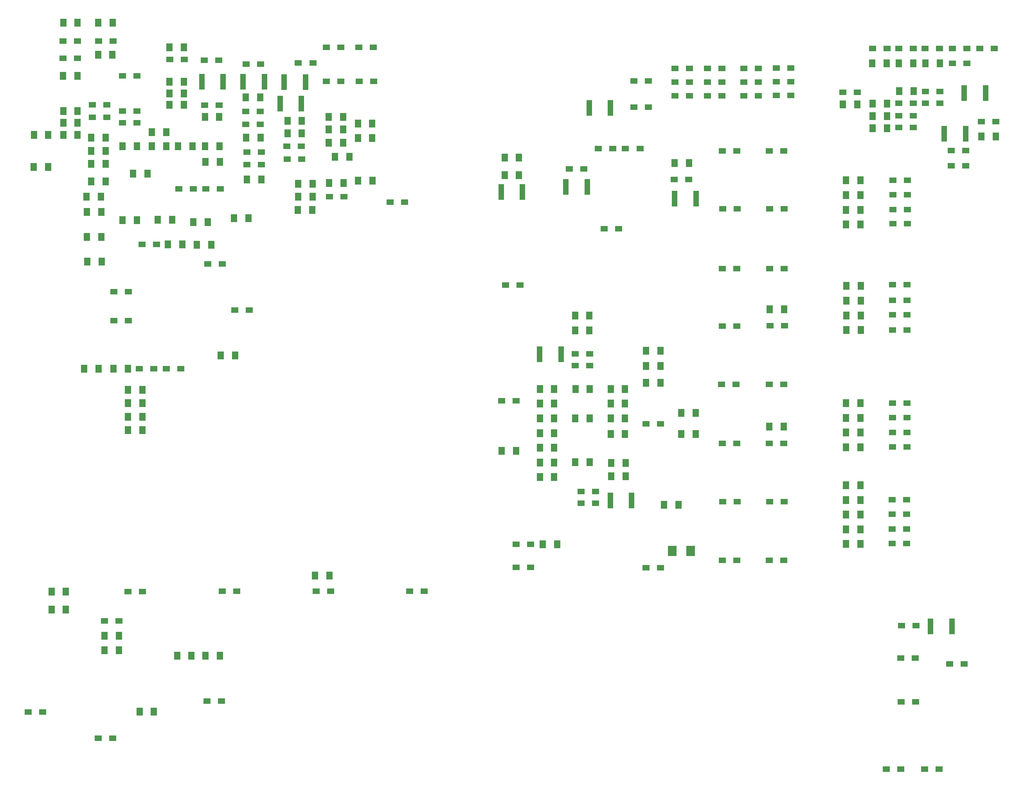
<source format=gbr>
%FSLAX34Y34*%
%MOMM*%
%LNSMDMASK_BOTTOM*%
G71*
G01*
%ADD10R,1.400X1.800*%
%ADD11R,1.600X1.250*%
%ADD12R,1.900X2.300*%
%ADD13R,1.300X3.500*%
%LPD*%
X181858Y889334D02*
G54D10*
D03*
X213033Y889334D02*
G54D10*
D03*
X257880Y889334D02*
G54D10*
D03*
X289055Y889334D02*
G54D10*
D03*
X181372Y850106D02*
G54D11*
D03*
X212726Y850106D02*
G54D11*
D03*
X181372Y812403D02*
G54D11*
D03*
X212726Y812403D02*
G54D11*
D03*
X257969Y850106D02*
G54D11*
D03*
X289322Y850106D02*
G54D11*
D03*
X257176Y819943D02*
G54D10*
D03*
X288350Y819943D02*
G54D10*
D03*
X181372Y774303D02*
G54D10*
D03*
X212547Y774303D02*
G54D10*
D03*
X411560Y835818D02*
G54D10*
D03*
X442735Y835818D02*
G54D10*
D03*
X412750Y809625D02*
G54D11*
D03*
X444104Y809625D02*
G54D11*
D03*
X486966Y808037D02*
G54D11*
D03*
X518319Y808037D02*
G54D11*
D03*
X309960Y774303D02*
G54D11*
D03*
X341313Y774303D02*
G54D11*
D03*
X181769Y698500D02*
G54D10*
D03*
X212944Y698500D02*
G54D10*
D03*
X181769Y672703D02*
G54D10*
D03*
X212944Y672703D02*
G54D10*
D03*
X181769Y646906D02*
G54D10*
D03*
X212944Y646906D02*
G54D10*
D03*
X118269Y646906D02*
G54D10*
D03*
X149444Y646906D02*
G54D10*
D03*
X117872Y577453D02*
G54D10*
D03*
X149047Y577453D02*
G54D10*
D03*
X242094Y640556D02*
G54D10*
D03*
X273269Y640556D02*
G54D10*
D03*
X242094Y611981D02*
G54D10*
D03*
X273269Y611981D02*
G54D10*
D03*
X242094Y583803D02*
G54D10*
D03*
X273269Y583803D02*
G54D10*
D03*
X242094Y546100D02*
G54D10*
D03*
X273269Y546100D02*
G54D10*
D03*
X309960Y622300D02*
G54D10*
D03*
X341135Y622300D02*
G54D10*
D03*
X232172Y512762D02*
G54D10*
D03*
X263347Y512762D02*
G54D10*
D03*
X233363Y479822D02*
G54D10*
D03*
X264538Y479822D02*
G54D10*
D03*
X244476Y711993D02*
G54D11*
D03*
X275828Y711993D02*
G54D11*
D03*
X244476Y684609D02*
G54D11*
D03*
X275828Y684609D02*
G54D11*
D03*
X310158Y698500D02*
G54D11*
D03*
X341511Y698500D02*
G54D11*
D03*
X310158Y672703D02*
G54D11*
D03*
X341511Y672703D02*
G54D11*
D03*
X373282Y622300D02*
G54D10*
D03*
X404456Y622300D02*
G54D10*
D03*
X430650Y622300D02*
G54D10*
D03*
X461826Y622300D02*
G54D10*
D03*
X373282Y652859D02*
G54D10*
D03*
X404456Y652859D02*
G54D10*
D03*
X411778Y711596D02*
G54D10*
D03*
X442954Y711596D02*
G54D10*
D03*
X411778Y736600D02*
G54D10*
D03*
X442954Y736600D02*
G54D10*
D03*
X411778Y762000D02*
G54D10*
D03*
X442954Y762000D02*
G54D10*
D03*
X577850Y800100D02*
G54D11*
D03*
X609203Y800100D02*
G54D11*
D03*
X690563Y802481D02*
G54D11*
D03*
X721916Y802481D02*
G54D11*
D03*
X488156Y711200D02*
G54D11*
D03*
X519510Y711200D02*
G54D11*
D03*
X488376Y685800D02*
G54D10*
D03*
X519550Y685800D02*
G54D10*
D03*
X576482Y727868D02*
G54D10*
D03*
X607657Y727868D02*
G54D10*
D03*
X576660Y697309D02*
G54D11*
D03*
X608013Y697309D02*
G54D11*
D03*
X576660Y669528D02*
G54D11*
D03*
X608013Y669528D02*
G54D11*
D03*
X577672Y640953D02*
G54D10*
D03*
X608847Y640953D02*
G54D10*
D03*
X488772Y622300D02*
G54D10*
D03*
X519947Y622300D02*
G54D10*
D03*
X489566Y588168D02*
G54D10*
D03*
X520741Y588168D02*
G54D10*
D03*
X332978Y562372D02*
G54D10*
D03*
X364154Y562372D02*
G54D10*
D03*
X431602Y529828D02*
G54D11*
D03*
X462955Y529828D02*
G54D11*
D03*
X489942Y529828D02*
G54D11*
D03*
X521296Y529828D02*
G54D11*
D03*
X579041Y609600D02*
G54D11*
D03*
X610394Y609600D02*
G54D11*
D03*
X579041Y581818D02*
G54D11*
D03*
X610394Y581818D02*
G54D11*
D03*
X579260Y550068D02*
G54D10*
D03*
X610435Y550068D02*
G54D10*
D03*
X233363Y425450D02*
G54D10*
D03*
X264538Y425450D02*
G54D10*
D03*
X233760Y372268D02*
G54D10*
D03*
X264935Y372268D02*
G54D10*
D03*
X309960Y462359D02*
G54D10*
D03*
X341135Y462359D02*
G54D10*
D03*
X386160Y462756D02*
G54D10*
D03*
X417335Y462756D02*
G54D10*
D03*
X352624Y409575D02*
G54D11*
D03*
X383977Y409575D02*
G54D11*
D03*
X407988Y409178D02*
G54D10*
D03*
X439163Y409178D02*
G54D10*
D03*
X463550Y457596D02*
G54D10*
D03*
X494726Y457596D02*
G54D10*
D03*
X551657Y465931D02*
G54D10*
D03*
X582832Y465931D02*
G54D10*
D03*
X666969Y676672D02*
G54D10*
D03*
X698144Y676672D02*
G54D10*
D03*
X666969Y650081D02*
G54D10*
D03*
X698144Y650081D02*
G54D10*
D03*
X665956Y622300D02*
G54D11*
D03*
X697310Y622300D02*
G54D11*
D03*
X666353Y593725D02*
G54D11*
D03*
X697706Y593725D02*
G54D11*
D03*
X689988Y540940D02*
G54D10*
D03*
X721163Y540940D02*
G54D10*
D03*
X689988Y513159D02*
G54D10*
D03*
X721163Y513159D02*
G54D10*
D03*
X689194Y484187D02*
G54D10*
D03*
X720369Y484187D02*
G54D10*
D03*
X756266Y685800D02*
G54D10*
D03*
X787441Y685800D02*
G54D10*
D03*
X756266Y658018D02*
G54D10*
D03*
X787441Y658018D02*
G54D10*
D03*
X756266Y629840D02*
G54D10*
D03*
X787441Y629840D02*
G54D10*
D03*
X770157Y598884D02*
G54D10*
D03*
X801332Y598884D02*
G54D10*
D03*
X819369Y671512D02*
G54D10*
D03*
X850544Y671512D02*
G54D10*
D03*
X819369Y639762D02*
G54D10*
D03*
X850544Y639762D02*
G54D10*
D03*
X819766Y547687D02*
G54D10*
D03*
X850941Y547687D02*
G54D10*
D03*
X757060Y542131D02*
G54D10*
D03*
X788235Y542131D02*
G54D10*
D03*
X758032Y513159D02*
G54D11*
D03*
X789384Y513159D02*
G54D11*
D03*
X889000Y500856D02*
G54D11*
D03*
X920353Y500856D02*
G54D11*
D03*
X751285Y762793D02*
G54D11*
D03*
X782638Y762793D02*
G54D11*
D03*
X821928Y762793D02*
G54D11*
D03*
X853281Y762793D02*
G54D11*
D03*
X750888Y835818D02*
G54D11*
D03*
X782241Y835818D02*
G54D11*
D03*
X821531Y835818D02*
G54D11*
D03*
X852884Y835818D02*
G54D11*
D03*
X471091Y408781D02*
G54D10*
D03*
X502266Y408781D02*
G54D10*
D03*
X494705Y367506D02*
G54D11*
D03*
X526058Y367506D02*
G54D11*
D03*
X291505Y307181D02*
G54D11*
D03*
X322858Y307181D02*
G54D11*
D03*
X291505Y244078D02*
G54D11*
D03*
X322858Y244078D02*
G54D11*
D03*
X552649Y267096D02*
G54D11*
D03*
X584002Y267096D02*
G54D11*
D03*
X522288Y168672D02*
G54D10*
D03*
X553463Y168672D02*
G54D10*
D03*
X227013Y140096D02*
G54D10*
D03*
X258188Y140096D02*
G54D10*
D03*
X290335Y140096D02*
G54D10*
D03*
X321510Y140096D02*
G54D10*
D03*
X346274Y140096D02*
G54D11*
D03*
X377627Y140096D02*
G54D11*
D03*
X404614Y140096D02*
G54D11*
D03*
X435967Y140096D02*
G54D11*
D03*
X322263Y94853D02*
G54D10*
D03*
X353438Y94853D02*
G54D10*
D03*
X322263Y65484D02*
G54D10*
D03*
X353438Y65484D02*
G54D10*
D03*
X322263Y36512D02*
G54D10*
D03*
X353438Y36512D02*
G54D10*
D03*
X322263Y7144D02*
G54D10*
D03*
X353438Y7144D02*
G54D10*
D03*
X156369Y-342504D02*
G54D10*
D03*
X187544Y-342504D02*
G54D10*
D03*
X156369Y-381000D02*
G54D10*
D03*
X187544Y-381000D02*
G54D10*
D03*
X322064Y-342106D02*
G54D11*
D03*
X353418Y-342106D02*
G54D11*
D03*
X526058Y-341710D02*
G54D11*
D03*
X557411Y-341710D02*
G54D11*
D03*
X729258Y-341313D02*
G54D11*
D03*
X760611Y-341313D02*
G54D11*
D03*
X726678Y-307578D02*
G54D10*
D03*
X757854Y-307578D02*
G54D10*
D03*
X931664Y-341710D02*
G54D11*
D03*
X963018Y-341710D02*
G54D11*
D03*
X271264Y-406004D02*
G54D11*
D03*
X302618Y-406004D02*
G54D11*
D03*
X271066Y-437754D02*
G54D10*
D03*
X302241Y-437754D02*
G54D10*
D03*
X271066Y-469504D02*
G54D10*
D03*
X302241Y-469504D02*
G54D10*
D03*
X105768Y-603250D02*
G54D11*
D03*
X137120Y-603250D02*
G54D11*
D03*
X257374Y-659606D02*
G54D11*
D03*
X288727Y-659606D02*
G54D11*
D03*
X346869Y-602456D02*
G54D10*
D03*
X378044Y-602456D02*
G54D10*
D03*
X428228Y-481410D02*
G54D10*
D03*
X459404Y-481410D02*
G54D10*
D03*
X489566Y-481410D02*
G54D10*
D03*
X520741Y-481410D02*
G54D10*
D03*
X493118Y-579438D02*
G54D11*
D03*
X524470Y-579438D02*
G54D11*
D03*
X1136869Y597296D02*
G54D10*
D03*
X1168044Y597296D02*
G54D10*
D03*
X1136869Y559593D02*
G54D10*
D03*
X1168044Y559593D02*
G54D10*
D03*
X1138635Y321865D02*
G54D11*
D03*
X1169988Y321865D02*
G54D11*
D03*
X1289269Y255190D02*
G54D10*
D03*
X1320444Y255190D02*
G54D10*
D03*
X1289269Y223440D02*
G54D10*
D03*
X1320444Y223440D02*
G54D10*
D03*
X1289447Y172640D02*
G54D11*
D03*
X1320800Y172640D02*
G54D11*
D03*
X1289447Y146844D02*
G54D11*
D03*
X1320800Y146844D02*
G54D11*
D03*
X1213069Y96044D02*
G54D10*
D03*
X1244244Y96044D02*
G54D10*
D03*
X1213069Y64690D02*
G54D10*
D03*
X1244244Y64690D02*
G54D10*
D03*
X1290063Y96440D02*
G54D10*
D03*
X1321238Y96440D02*
G54D10*
D03*
X1213069Y32940D02*
G54D10*
D03*
X1244244Y32940D02*
G54D10*
D03*
X1213069Y794D02*
G54D10*
D03*
X1244244Y794D02*
G54D10*
D03*
X1213069Y-30560D02*
G54D10*
D03*
X1244244Y-30560D02*
G54D10*
D03*
X1213069Y-62706D02*
G54D10*
D03*
X1244244Y-62706D02*
G54D10*
D03*
X1213069Y-94060D02*
G54D10*
D03*
X1244244Y-94060D02*
G54D10*
D03*
X1130519Y-37306D02*
G54D10*
D03*
X1161694Y-37306D02*
G54D10*
D03*
X1130697Y71040D02*
G54D11*
D03*
X1162050Y71040D02*
G54D11*
D03*
X1289666Y32940D02*
G54D10*
D03*
X1320841Y32940D02*
G54D10*
D03*
X1366263Y96044D02*
G54D10*
D03*
X1397438Y96044D02*
G54D10*
D03*
X1366263Y64690D02*
G54D10*
D03*
X1397438Y64690D02*
G54D10*
D03*
X1366263Y32940D02*
G54D10*
D03*
X1397438Y32940D02*
G54D10*
D03*
X1366263Y-1191D02*
G54D10*
D03*
X1397438Y-1191D02*
G54D10*
D03*
X1289666Y-61913D02*
G54D10*
D03*
X1320841Y-61913D02*
G54D10*
D03*
X1367454Y-63500D02*
G54D10*
D03*
X1398628Y-63500D02*
G54D10*
D03*
X1367454Y-92472D02*
G54D10*
D03*
X1398628Y-92472D02*
G54D10*
D03*
X1302544Y-125413D02*
G54D11*
D03*
X1333897Y-125413D02*
G54D11*
D03*
X1302544Y-151210D02*
G54D11*
D03*
X1333897Y-151210D02*
G54D11*
D03*
X1219419Y-240110D02*
G54D10*
D03*
X1250594Y-240110D02*
G54D10*
D03*
X1161476Y-240110D02*
G54D11*
D03*
X1192828Y-240110D02*
G54D11*
D03*
X1161476Y-290116D02*
G54D11*
D03*
X1192828Y-290116D02*
G54D11*
D03*
X1442463Y-290513D02*
G54D11*
D03*
X1473816Y-290513D02*
G54D11*
D03*
X1482150Y-154385D02*
G54D10*
D03*
X1513325Y-154385D02*
G54D10*
D03*
X1608535Y-147638D02*
G54D11*
D03*
X1639888Y-147638D02*
G54D11*
D03*
X1710134Y-147638D02*
G54D11*
D03*
X1741488Y-147638D02*
G54D11*
D03*
X1442860Y179387D02*
G54D10*
D03*
X1474035Y179387D02*
G54D10*
D03*
X1442860Y146446D02*
G54D10*
D03*
X1474035Y146446D02*
G54D10*
D03*
X1442860Y109537D02*
G54D10*
D03*
X1474035Y109537D02*
G54D10*
D03*
X1519060Y44846D02*
G54D10*
D03*
X1550235Y44846D02*
G54D10*
D03*
X1442860Y20637D02*
G54D11*
D03*
X1474213Y20637D02*
G54D11*
D03*
X1519060Y-794D02*
G54D10*
D03*
X1550235Y-794D02*
G54D10*
D03*
X1709957Y14684D02*
G54D10*
D03*
X1741132Y14684D02*
G54D10*
D03*
X1607939Y-21035D02*
G54D11*
D03*
X1639292Y-21035D02*
G54D11*
D03*
X1709936Y-21035D02*
G54D11*
D03*
X1741289Y-21035D02*
G54D11*
D03*
X1607542Y-274241D02*
G54D11*
D03*
X1638895Y-274241D02*
G54D11*
D03*
X1709936Y-274241D02*
G54D11*
D03*
X1741289Y-274241D02*
G54D11*
D03*
X1962745Y-727076D02*
G54D11*
D03*
X1994098Y-727076D02*
G54D11*
D03*
X2045692Y-727076D02*
G54D11*
D03*
X2077045Y-727076D02*
G54D11*
D03*
X1994892Y-581422D02*
G54D11*
D03*
X2026245Y-581422D02*
G54D11*
D03*
X2099667Y-498872D02*
G54D11*
D03*
X2131020Y-498872D02*
G54D11*
D03*
X1994098Y-486172D02*
G54D11*
D03*
X2025451Y-486172D02*
G54D11*
D03*
X1995686Y-416322D02*
G54D11*
D03*
X2027038Y-416322D02*
G54D11*
D03*
X1606352Y106362D02*
G54D11*
D03*
X1637705Y106362D02*
G54D11*
D03*
X1709936Y106362D02*
G54D11*
D03*
X1741289Y106362D02*
G54D11*
D03*
X1607939Y232965D02*
G54D11*
D03*
X1639292Y232965D02*
G54D11*
D03*
X1711524Y233362D02*
G54D11*
D03*
X1742877Y233362D02*
G54D11*
D03*
X1710750Y268684D02*
G54D10*
D03*
X1741925Y268684D02*
G54D10*
D03*
X1607939Y357187D02*
G54D11*
D03*
X1639292Y357187D02*
G54D11*
D03*
X1710333Y357187D02*
G54D11*
D03*
X1741686Y357187D02*
G54D11*
D03*
X1609130Y486568D02*
G54D11*
D03*
X1640483Y486568D02*
G54D11*
D03*
X1710333Y486568D02*
G54D11*
D03*
X1741686Y486568D02*
G54D11*
D03*
X1352352Y443309D02*
G54D11*
D03*
X1383705Y443309D02*
G54D11*
D03*
X1276946Y572690D02*
G54D11*
D03*
X1308298Y572690D02*
G54D11*
D03*
X1398389Y617140D02*
G54D11*
D03*
X1429742Y617140D02*
G54D11*
D03*
X1339652Y617140D02*
G54D11*
D03*
X1371005Y617140D02*
G54D11*
D03*
X1503958Y550068D02*
G54D11*
D03*
X1535311Y550068D02*
G54D11*
D03*
X1504772Y585390D02*
G54D10*
D03*
X1535947Y585390D02*
G54D10*
D03*
X1607939Y611584D02*
G54D11*
D03*
X1639292Y611584D02*
G54D11*
D03*
X1709936Y611584D02*
G54D11*
D03*
X1741289Y611584D02*
G54D11*
D03*
X1875454Y548084D02*
G54D10*
D03*
X1906628Y548084D02*
G54D10*
D03*
X1875454Y515937D02*
G54D10*
D03*
X1906628Y515937D02*
G54D10*
D03*
X1875454Y484187D02*
G54D10*
D03*
X1906628Y484187D02*
G54D10*
D03*
X1875454Y452437D02*
G54D10*
D03*
X1906628Y452437D02*
G54D10*
D03*
X1876247Y319484D02*
G54D10*
D03*
X1907422Y319484D02*
G54D10*
D03*
X1876247Y287337D02*
G54D10*
D03*
X1907422Y287337D02*
G54D10*
D03*
X1876247Y255587D02*
G54D10*
D03*
X1907422Y255587D02*
G54D10*
D03*
X1876247Y223837D02*
G54D10*
D03*
X1907422Y223837D02*
G54D10*
D03*
X1875454Y65881D02*
G54D10*
D03*
X1906628Y65881D02*
G54D10*
D03*
X1875454Y33734D02*
G54D10*
D03*
X1906628Y33734D02*
G54D10*
D03*
X1875454Y1984D02*
G54D10*
D03*
X1906628Y1984D02*
G54D10*
D03*
X1875454Y-29766D02*
G54D10*
D03*
X1906628Y-29766D02*
G54D10*
D03*
X1875850Y-111919D02*
G54D10*
D03*
X1907025Y-111919D02*
G54D10*
D03*
X1875850Y-144066D02*
G54D10*
D03*
X1907025Y-144066D02*
G54D10*
D03*
X1875850Y-175816D02*
G54D10*
D03*
X1907025Y-175816D02*
G54D10*
D03*
X1875850Y-207566D02*
G54D10*
D03*
X1907025Y-207566D02*
G54D10*
D03*
X1875850Y-238919D02*
G54D10*
D03*
X1907025Y-238919D02*
G54D10*
D03*
X1977430Y548481D02*
G54D11*
D03*
X2008783Y548481D02*
G54D11*
D03*
X1977430Y516731D02*
G54D11*
D03*
X2008783Y516731D02*
G54D11*
D03*
X1977430Y484584D02*
G54D11*
D03*
X2008783Y484584D02*
G54D11*
D03*
X1977430Y454422D02*
G54D11*
D03*
X2008783Y454422D02*
G54D11*
D03*
X1976239Y322262D02*
G54D11*
D03*
X2007592Y322262D02*
G54D11*
D03*
X1976239Y288131D02*
G54D11*
D03*
X2007592Y288131D02*
G54D11*
D03*
X1976239Y256778D02*
G54D11*
D03*
X2007592Y256778D02*
G54D11*
D03*
X1976239Y223837D02*
G54D11*
D03*
X2007592Y223837D02*
G54D11*
D03*
X1975842Y65881D02*
G54D11*
D03*
X2007195Y65881D02*
G54D11*
D03*
X1975842Y34131D02*
G54D11*
D03*
X2007195Y34131D02*
G54D11*
D03*
X1975842Y2381D02*
G54D11*
D03*
X2007195Y2381D02*
G54D11*
D03*
X1975842Y-28972D02*
G54D11*
D03*
X2007195Y-28972D02*
G54D11*
D03*
X1975446Y-143272D02*
G54D11*
D03*
X2006798Y-143272D02*
G54D11*
D03*
X1975446Y-175022D02*
G54D11*
D03*
X2006798Y-175022D02*
G54D11*
D03*
X1975446Y-207169D02*
G54D11*
D03*
X2006798Y-207169D02*
G54D11*
D03*
X1975446Y-238126D02*
G54D11*
D03*
X2006798Y-238126D02*
G54D11*
D03*
X1416646Y763190D02*
G54D11*
D03*
X1447998Y763190D02*
G54D11*
D03*
X1416646Y706437D02*
G54D11*
D03*
X1447998Y706437D02*
G54D11*
D03*
X1505546Y790178D02*
G54D11*
D03*
X1536898Y790178D02*
G54D11*
D03*
X1505546Y760809D02*
G54D11*
D03*
X1536898Y760809D02*
G54D11*
D03*
X1505546Y731440D02*
G54D11*
D03*
X1536898Y731440D02*
G54D11*
D03*
X1575395Y790178D02*
G54D11*
D03*
X1606748Y790178D02*
G54D11*
D03*
X1575395Y760809D02*
G54D11*
D03*
X1606748Y760809D02*
G54D11*
D03*
X1575395Y731440D02*
G54D11*
D03*
X1606748Y731440D02*
G54D11*
D03*
X1654373Y790178D02*
G54D11*
D03*
X1685726Y790178D02*
G54D11*
D03*
X1654373Y760809D02*
G54D11*
D03*
X1685726Y760809D02*
G54D11*
D03*
X1654373Y731440D02*
G54D11*
D03*
X1685726Y731440D02*
G54D11*
D03*
X1725017Y790972D02*
G54D11*
D03*
X1756370Y790972D02*
G54D11*
D03*
X1725017Y761603D02*
G54D11*
D03*
X1756370Y761603D02*
G54D11*
D03*
X1725017Y732234D02*
G54D11*
D03*
X1756370Y732234D02*
G54D11*
D03*
X1869083Y738584D02*
G54D11*
D03*
X1900436Y738584D02*
G54D11*
D03*
X1869104Y712390D02*
G54D10*
D03*
X1900278Y712390D02*
G54D10*
D03*
X1933000Y713978D02*
G54D10*
D03*
X1964175Y713978D02*
G54D10*
D03*
X1933000Y686990D02*
G54D10*
D03*
X1964175Y686990D02*
G54D10*
D03*
X1933000Y661193D02*
G54D10*
D03*
X1964175Y661193D02*
G54D10*
D03*
X1990130Y715168D02*
G54D11*
D03*
X2021482Y715168D02*
G54D11*
D03*
X1990130Y687784D02*
G54D11*
D03*
X2021482Y687784D02*
G54D11*
D03*
X1990130Y662384D02*
G54D11*
D03*
X2021482Y662384D02*
G54D11*
D03*
X1990547Y741362D02*
G54D10*
D03*
X2021722Y741362D02*
G54D10*
D03*
X2047676Y740568D02*
G54D11*
D03*
X2079029Y740568D02*
G54D11*
D03*
X2047676Y715168D02*
G54D11*
D03*
X2079029Y715168D02*
G54D11*
D03*
X2168723Y675481D02*
G54D11*
D03*
X2200076Y675481D02*
G54D11*
D03*
X2168347Y642937D02*
G54D10*
D03*
X2199522Y642937D02*
G54D10*
D03*
X2103239Y612378D02*
G54D11*
D03*
X2134592Y612378D02*
G54D11*
D03*
X2103239Y579834D02*
G54D11*
D03*
X2134592Y579834D02*
G54D11*
D03*
X1932604Y801687D02*
G54D10*
D03*
X1963778Y801687D02*
G54D10*
D03*
X1989972Y801687D02*
G54D10*
D03*
X2021147Y801687D02*
G54D10*
D03*
X2047738Y801687D02*
G54D10*
D03*
X2078913Y801687D02*
G54D10*
D03*
X2105620Y801687D02*
G54D11*
D03*
X2136972Y801687D02*
G54D11*
D03*
X2164754Y833834D02*
G54D11*
D03*
X2196107Y833834D02*
G54D11*
D03*
X2105998Y833834D02*
G54D11*
D03*
X2137351Y833834D02*
G54D11*
D03*
X2046861Y833834D02*
G54D11*
D03*
X2078204Y833834D02*
G54D11*
D03*
X1990108Y833834D02*
G54D11*
D03*
X2021451Y833834D02*
G54D11*
D03*
X1932958Y833834D02*
G54D11*
D03*
X1964301Y833834D02*
G54D11*
D03*
X1539315Y-254020D02*
G54D12*
D03*
X1499415Y-254020D02*
G54D12*
D03*
X2177470Y736798D02*
G54D13*
D03*
X2131426Y736798D02*
G54D13*
D03*
X2134210Y649089D02*
G54D13*
D03*
X2088167Y649089D02*
G54D13*
D03*
X1365860Y705048D02*
G54D13*
D03*
X1319817Y705048D02*
G54D13*
D03*
X1550804Y508595D02*
G54D13*
D03*
X1504760Y508595D02*
G54D13*
D03*
X1315457Y533995D02*
G54D13*
D03*
X1269414Y533995D02*
G54D13*
D03*
X1175360Y523279D02*
G54D13*
D03*
X1129317Y523279D02*
G54D13*
D03*
X1258704Y171648D02*
G54D13*
D03*
X1212660Y171648D02*
G54D13*
D03*
X1411501Y-144661D02*
G54D13*
D03*
X1365457Y-144661D02*
G54D13*
D03*
X2104840Y-417711D02*
G54D13*
D03*
X2058798Y-417711D02*
G54D13*
D03*
X527660Y761801D02*
G54D13*
D03*
X481616Y761801D02*
G54D13*
D03*
X616957Y761801D02*
G54D13*
D03*
X570914Y761801D02*
G54D13*
D03*
X705857Y760610D02*
G54D13*
D03*
X659814Y760610D02*
G54D13*
D03*
X697126Y714176D02*
G54D13*
D03*
X651082Y714176D02*
G54D13*
D03*
M02*

</source>
